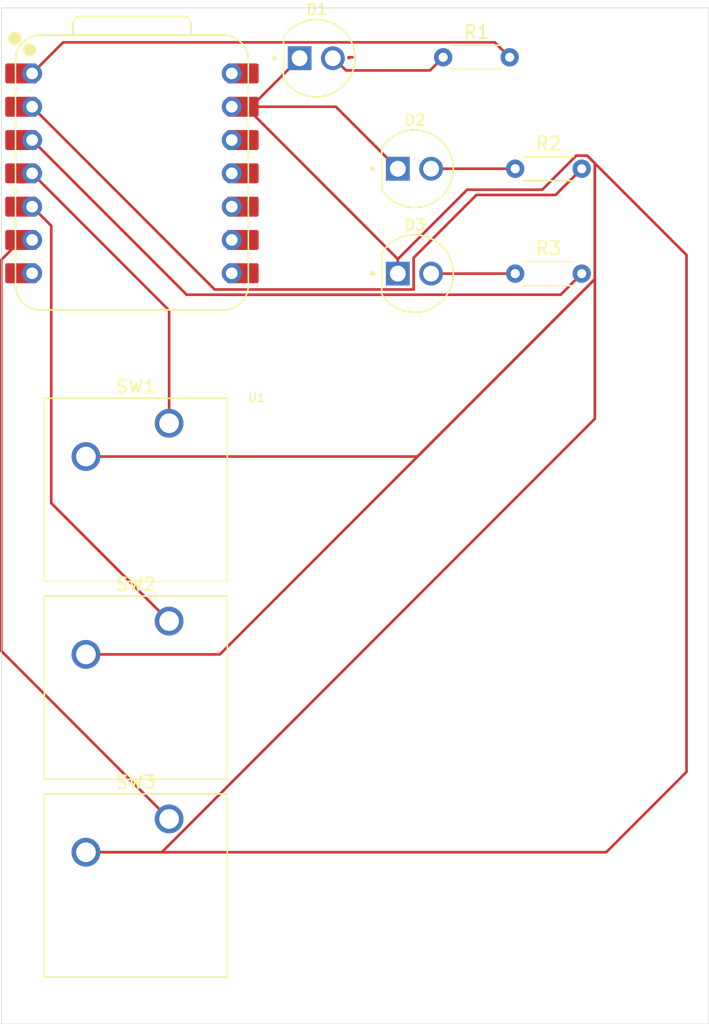
<source format=kicad_pcb>
(kicad_pcb (version 20241229) (generator "pcbnew") (generator_version "9.0")
  (layers (0 "F.Cu" signal) (2 "B.Cu" signal) (13 "F.Paste" user) (15 "B.Paste" user) (5 "F.SilkS" user "F.Silkscreen") (7 "B.SilkS" user "B.Silkscreen") (1 "F.Mask" user) (3 "B.Mask" user) (25 "Edge.Cuts" user))
  (net 0 "")
  (net 1 "Net-(D1-PadA)")
  (net 2 "GND")
  (net 3 "Net-(D2-PadA)")
  (net 4 "Net-(D3-PadA)")
  (net 5 "LED1")
  (net 6 "LED2")
  (net 7 "LED3")
  (net 8 "SW1")
  (net 9 "SW2")
  (net 10 "SW3")
  (footprint "footprints:LEDRD254W57D500H1070" (layer "F.Cu") (at 67.524 36.768265)
    (property "Reference" "D3" (at 0.04 -3.708 0) (layer "F.SilkS") (effects (font (size 0.8 0.8))))
    (property "Value" "L08R5000Q1")
    (fp_line (start -2.5 -1.566) (end -2.5 1.566) (stroke (width 0.127)) (layer "F.SilkS"))
    (fp_arc (start -2.5 -1.566) (mid 2.961291 0) (end -2.5 1.566) (stroke (width 0.127)) (layer "F.SilkS"))
    (fp_circle (center -3.2 0) (end -3.1 0) (stroke (width 0.2)) (fill no) (layer "F.SilkS"))
    (pad "A" thru_hole circle (at 1.27 0) (size 1.815 1.815) (drill 1.21) (layers "*.Cu" "*.Mask") (net 4 "Net-(D3-PadA)"))
    (pad "C" thru_hole rect (at -1.27 0) (size 1.815 1.815) (drill 1.21) (layers "*.Cu" "*.Mask") (net 2 "GND"))
  )
  (footprint "Button_Switch_Keyboard:SW_Cherry_MX_1.00u_PCB" (layer "F.Cu") (at 48.794 48.178265)
    (property "Reference" "SW1" (at -2.54 -2.794 0) (layer "F.SilkS"))
    (property "Value" "SW_Push")
    (fp_line (start -9.525 -1.905) (end 4.445 -1.905) (stroke (width 0.12)) (layer "F.SilkS"))
    (fp_line (start -9.525 12.065) (end -9.525 -1.905) (stroke (width 0.12)) (layer "F.SilkS"))
    (fp_line (start 4.445 -1.905) (end 4.445 12.065) (stroke (width 0.12)) (layer "F.SilkS"))
    (fp_line (start 4.445 12.065) (end -9.525 12.065) (stroke (width 0.12)) (layer "F.SilkS"))
    (pad "" np_thru_hole circle (at -7.62 5.08) (size 1.7 1.7) (drill 1.7) (layers "*.Cu" "*.Mask"))
    (pad "" np_thru_hole circle (at -2.54 5.08) (size 4 4) (drill 4) (layers "*.Cu" "*.Mask"))
    (pad "" np_thru_hole circle (at 2.54 5.08) (size 1.7 1.7) (drill 1.7) (layers "*.Cu" "*.Mask"))
    (pad "1" thru_hole circle (at 0 0) (size 2.2 2.2) (drill 1.5) (layers "*.Cu" "*.Mask") (net 8 "SW1"))
    (pad "2" thru_hole circle (at -6.35 2.54) (size 2.2 2.2) (drill 1.5) (layers "*.Cu" "*.Mask") (net 2 "GND"))
  )
  (footprint "Button_Switch_Keyboard:SW_Cherry_MX_1.00u_PCB" (layer "F.Cu") (at 48.794 63.268265)
    (property "Reference" "SW2" (at -2.54 -2.794 0) (layer "F.SilkS"))
    (property "Value" "SW_Push")
    (fp_line (start -9.525 -1.905) (end 4.445 -1.905) (stroke (width 0.12)) (layer "F.SilkS"))
    (fp_line (start -9.525 12.065) (end -9.525 -1.905) (stroke (width 0.12)) (layer "F.SilkS"))
    (fp_line (start 4.445 -1.905) (end 4.445 12.065) (stroke (width 0.12)) (layer "F.SilkS"))
    (fp_line (start 4.445 12.065) (end -9.525 12.065) (stroke (width 0.12)) (layer "F.SilkS"))
    (pad "" np_thru_hole circle (at -7.62 5.08) (size 1.7 1.7) (drill 1.7) (layers "*.Cu" "*.Mask"))
    (pad "" np_thru_hole circle (at -2.54 5.08) (size 4 4) (drill 4) (layers "*.Cu" "*.Mask"))
    (pad "" np_thru_hole circle (at 2.54 5.08) (size 1.7 1.7) (drill 1.7) (layers "*.Cu" "*.Mask"))
    (pad "1" thru_hole circle (at 0 0) (size 2.2 2.2) (drill 1.5) (layers "*.Cu" "*.Mask") (net 9 "SW2"))
    (pad "2" thru_hole circle (at -6.35 2.54) (size 2.2 2.2) (drill 1.5) (layers "*.Cu" "*.Mask") (net 2 "GND"))
  )
  (footprint "Resistor_THT:R_Axial_DIN0204_L3.6mm_D1.6mm_P5.08mm_Horizontal" (layer "F.Cu") (at 69.714 20.268265)
    (property "Reference" "R1" (at 2.54 -1.92 0) (layer "F.SilkS"))
    (property "Value" "R")
    (fp_line (start 0.62 -0.92) (end 4.46 -0.92) (stroke (width 0.12)) (layer "F.SilkS"))
    (fp_line (start 0.62 0.92) (end 4.46 0.92) (stroke (width 0.12)) (layer "F.SilkS"))
    (pad "1" thru_hole circle (at 0 0) (size 1.4 1.4) (drill 0.7) (layers "*.Cu" "*.Mask") (net 1 "Net-(D1-PadA)"))
    (pad "2" thru_hole circle (at 5.08 0) (size 1.4 1.4) (drill 0.7) (layers "*.Cu" "*.Mask") (net 5 "LED1"))
  )
  (footprint "Button_Switch_Keyboard:SW_Cherry_MX_1.00u_PCB" (layer "F.Cu") (at 48.794 78.358265)
    (property "Reference" "SW3" (at -2.54 -2.794 0) (layer "F.SilkS"))
    (property "Value" "SW_Push")
    (fp_line (start -9.525 -1.905) (end 4.445 -1.905) (stroke (width 0.12)) (layer "F.SilkS"))
    (fp_line (start -9.525 12.065) (end -9.525 -1.905) (stroke (width 0.12)) (layer "F.SilkS"))
    (fp_line (start 4.445 -1.905) (end 4.445 12.065) (stroke (width 0.12)) (layer "F.SilkS"))
    (fp_line (start 4.445 12.065) (end -9.525 12.065) (stroke (width 0.12)) (layer "F.SilkS"))
    (pad "" np_thru_hole circle (at -7.62 5.08) (size 1.7 1.7) (drill 1.7) (layers "*.Cu" "*.Mask"))
    (pad "" np_thru_hole circle (at -2.54 5.08) (size 4 4) (drill 4) (layers "*.Cu" "*.Mask"))
    (pad "" np_thru_hole circle (at 2.54 5.08) (size 1.7 1.7) (drill 1.7) (layers "*.Cu" "*.Mask"))
    (pad "1" thru_hole circle (at 0 0) (size 2.2 2.2) (drill 1.5) (layers "*.Cu" "*.Mask") (net 10 "SW3"))
    (pad "2" thru_hole circle (at -6.35 2.54) (size 2.2 2.2) (drill 1.5) (layers "*.Cu" "*.Mask") (net 2 "GND"))
  )
  (footprint "footprints:LEDRD254W57D500H1070" (layer "F.Cu") (at 60.024 20.338053)
    (property "Reference" "D1" (at 0.04 -3.708 0) (layer "F.SilkS") (effects (font (size 0.8 0.8))))
    (property "Value" "L08R5000Q1")
    (fp_line (start -2.5 -1.566) (end -2.5 1.566) (stroke (width 0.127)) (layer "F.SilkS"))
    (fp_arc (start -2.5 -1.566) (mid 2.961291 0) (end -2.5 1.566) (stroke (width 0.127)) (layer "F.SilkS"))
    (fp_circle (center -3.2 0) (end -3.1 0) (stroke (width 0.2)) (fill no) (layer "F.SilkS"))
    (pad "A" thru_hole circle (at 1.27 0) (size 1.815 1.815) (drill 1.21) (layers "*.Cu" "*.Mask") (net 1 "Net-(D1-PadA)"))
    (pad "C" thru_hole rect (at -1.27 0) (size 1.815 1.815) (drill 1.21) (layers "*.Cu" "*.Mask") (net 2 "GND"))
  )
  (footprint "Resistor_THT:R_Axial_DIN0204_L3.6mm_D1.6mm_P5.08mm_Horizontal" (layer "F.Cu") (at 75.214 36.768265)
    (property "Reference" "R3" (at 2.54 -1.92 0) (layer "F.SilkS"))
    (property "Value" "R")
    (fp_line (start 0.62 -0.92) (end 4.46 -0.92) (stroke (width 0.12)) (layer "F.SilkS"))
    (fp_line (start 0.62 0.92) (end 4.46 0.92) (stroke (width 0.12)) (layer "F.SilkS"))
    (pad "1" thru_hole circle (at 0 0) (size 1.4 1.4) (drill 0.7) (layers "*.Cu" "*.Mask") (net 4 "Net-(D3-PadA)"))
    (pad "2" thru_hole circle (at 5.08 0) (size 1.4 1.4) (drill 0.7) (layers "*.Cu" "*.Mask") (net 7 "LED3"))
  )
  (footprint "footprints:XIAO-RP2040-DIP" (layer "F.Cu") (at 45.955 29.12)
    (property "Reference" "U1" (at 9.515 17.107765 0) (layer "F.SilkS") (effects (font (size 0.635 0.635) (thickness 0.1016))))
    (property "Value" "XIAO-RP2040-DIP")
    (fp_line (start -8.89 8.509) (end -8.89 -8.636) (stroke (width 0.127)) (layer "F.SilkS"))
    (fp_line (start -6.985 10.414) (end 6.985 10.414) (stroke (width 0.127)) (layer "F.SilkS"))
    (fp_line (start -4.495 -10.541) (end -4.491272 -11.451272) (stroke (width 0.127)) (layer "F.SilkS"))
    (fp_line (start -3.991272 -11.951) (end 4.004 -11.951) (stroke (width 0.127)) (layer "F.SilkS"))
    (fp_line (start 4.504 -11.451) (end 4.504 -10.541) (stroke (width 0.127)) (layer "F.SilkS"))
    (fp_line (start 6.985 -10.541) (end -6.985 -10.541) (stroke (width 0.1)) (layer "F.SilkS"))
    (fp_line (start 6.985 -10.541) (end -6.985 -10.541) (stroke (width 0.127)) (layer "F.SilkS"))
    (fp_line (start 8.89 8.509) (end 8.89 -8.636) (stroke (width 0.127)) (layer "F.SilkS"))
    (fp_arc (start -8.89 -8.636) (mid -8.332038 -9.983038) (end -6.985 -10.541) (stroke (width 0.127)) (layer "F.SilkS"))
    (fp_arc (start -6.985 10.414) (mid -8.332038 9.856038) (end -8.89 8.509) (stroke (width 0.127)) (layer "F.SilkS"))
    (fp_arc (start -4.491272 -11.451272) (mid -4.344728 -11.80464) (end -3.991272 -11.951) (stroke (width 0.127)) (layer "F.SilkS"))
    (fp_arc (start 4.004 -11.951) (mid 4.357553 -11.804553) (end 4.504 -11.451) (stroke (width 0.127)) (layer "F.SilkS"))
    (fp_arc (start 6.985 -10.541) (mid 8.332038 -9.983038) (end 8.89 -8.636) (stroke (width 0.127)) (layer "F.SilkS"))
    (fp_arc (start 8.89 8.509) (mid 8.332038 9.856038) (end 6.985 10.414) (stroke (width 0.127)) (layer "F.SilkS"))
    (fp_circle (center -8.95 -10.3) (end -8.95 -10.554) (stroke (width 0.5)) (fill yes) (layer "F.SilkS"))
    (fp_circle (center -7.807 -9.42) (end -7.807 -9.674) (stroke (width 0.5)) (fill yes) (layer "F.SilkS"))
    (pad "1" smd roundrect (at -8.455 -7.62 180) (size 2.432 1.524) (layers "F.Cu" "F.Mask") (roundrect_rratio 0.1) (net 5 "LED1"))
    (pad "1" thru_hole circle (at -7.62 -7.62 180) (size 1.524 1.524) (drill 0.889) (layers "*.Cu" "*.Mask") (net 5 "LED1"))
    (pad "2" smd roundrect (at -8.455 -5.08 180) (size 2.432 1.524) (layers "F.Cu" "F.Mask") (roundrect_rratio 0.1) (net 6 "LED2"))
    (pad "2" thru_hole circle (at -7.62 -5.08 180) (size 1.524 1.524) (drill 0.889) (layers "*.Cu" "*.Mask") (net 6 "LED2"))
    (pad "3" smd roundrect (at -8.455 -2.54 180) (size 2.432 1.524) (layers "F.Cu" "F.Mask") (roundrect_rratio 0.1) (net 7 "LED3"))
    (pad "3" thru_hole circle (at -7.62 -2.54 180) (size 1.524 1.524) (drill 0.889) (layers "*.Cu" "*.Mask") (net 7 "LED3"))
    (pad "4" smd roundrect (at -8.455 0 180) (size 2.432 1.524) (layers "F.Cu" "F.Mask") (roundrect_rratio 0.1) (net 8 "SW1"))
    (pad "4" thru_hole circle (at -7.62 0 180) (size 1.524 1.524) (drill 0.889) (layers "*.Cu" "*.Mask") (net 8 "SW1"))
    (pad "5" smd roundrect (at -8.455 2.54 180) (size 2.432 1.524) (layers "F.Cu" "F.Mask") (roundrect_rratio 0.1) (net 9 "SW2"))
    (pad "5" thru_hole circle (at -7.62 2.54 180) (size 1.524 1.524) (drill 0.889) (layers "*.Cu" "*.Mask") (net 9 "SW2"))
    (pad "6" smd roundrect (at -8.455 5.08 180) (size 2.432 1.524) (layers "F.Cu" "F.Mask") (roundrect_rratio 0.1) (net 10 "SW3"))
    (pad "6" thru_hole circle (at -7.62 5.08 180) (size 1.524 1.524) (drill 0.889) (layers "*.Cu" "*.Mask") (net 10 "SW3"))
    (pad "7" smd roundrect (at -8.455 7.62 180) (size 2.432 1.524) (layers "F.Cu" "F.Mask") (roundrect_rratio 0.1))
    (pad "7" thru_hole circle (at -7.62 7.62 180) (size 1.524 1.524) (drill 0.889) (layers "*.Cu" "*.Mask"))
    (pad "8" thru_hole circle (at 7.62 7.62) (size 1.524 1.524) (drill 0.889) (layers "*.Cu" "*.Mask"))
    (pad "8" smd roundrect (at 8.455 7.62) (size 2.432 1.524) (layers "F.Cu" "F.Mask") (roundrect_rratio 0.1))
    (pad "9" thru_hole circle (at 7.62 5.08) (size 1.524 1.524) (drill 0.889) (layers "*.Cu" "*.Mask"))
    (pad "9" smd roundrect (at 8.455 5.08) (size 2.432 1.524) (layers "F.Cu" "F.Mask") (roundrect_rratio 0.1))
    (pad "10" thru_hole circle (at 7.62 2.54) (size 1.524 1.524) (drill 0.889) (layers "*.Cu" "*.Mask"))
    (pad "10" smd roundrect (at 8.455 2.54) (size 2.432 1.524) (layers "F.Cu" "F.Mask") (roundrect_rratio 0.1))
    (pad "11" thru_hole circle (at 7.62 0) (size 1.524 1.524) (drill 0.889) (layers "*.Cu" "*.Mask"))
    (pad "11" smd roundrect (at 8.455 0) (size 2.432 1.524) (layers "F.Cu" "F.Mask") (roundrect_rratio 0.1))
    (pad "12" thru_hole circle (at 7.62 -2.54) (size 1.524 1.524) (drill 0.889) (layers "*.Cu" "*.Mask"))
    (pad "12" smd roundrect (at 8.455 -2.54) (size 2.432 1.524) (layers "F.Cu" "F.Mask") (roundrect_rratio 0.1))
    (pad "13" thru_hole circle (at 7.62 -5.08) (size 1.524 1.524) (drill 0.889) (layers "*.Cu" "*.Mask") (net 2 "GND"))
    (pad "13" smd roundrect (at 8.455 -5.08) (size 2.432 1.524) (layers "F.Cu" "F.Mask") (roundrect_rratio 0.1) (net 2 "GND"))
    (pad "14" thru_hole circle (at 7.62 -7.62) (size 1.524 1.524) (drill 0.889) (layers "*.Cu" "*.Mask"))
    (pad "14" smd roundrect (at 8.455 -7.62) (size 2.432 1.524) (layers "F.Cu" "F.Mask") (roundrect_rratio 0.1))
  )
  (footprint "Resistor_THT:R_Axial_DIN0204_L3.6mm_D1.6mm_P5.08mm_Horizontal" (layer "F.Cu") (at 75.214 28.768265)
    (property "Reference" "R2" (at 2.54 -1.92 0) (layer "F.SilkS"))
    (property "Value" "R")
    (fp_line (start 0.62 -0.92) (end 4.46 -0.92) (stroke (width 0.12)) (layer "F.SilkS"))
    (fp_line (start 0.62 0.92) (end 4.46 0.92) (stroke (width 0.12)) (layer "F.SilkS"))
    (pad "1" thru_hole circle (at 0 0) (size 1.4 1.4) (drill 0.7) (layers "*.Cu" "*.Mask") (net 3 "Net-(D2-PadA)"))
    (pad "2" thru_hole circle (at 5.08 0) (size 1.4 1.4) (drill 0.7) (layers "*.Cu" "*.Mask") (net 6 "LED2"))
  )
  (footprint "footprints:LEDRD254W57D500H1070" (layer "F.Cu") (at 67.524 28.768265)
    (property "Reference" "D2" (at 0.04 -3.708 0) (layer "F.SilkS") (effects (font (size 0.8 0.8))))
    (property "Value" "L08R5000Q1")
    (fp_line (start -2.5 -1.566) (end -2.5 1.566) (stroke (width 0.127)) (layer "F.SilkS"))
    (fp_arc (start -2.5 -1.566) (mid 2.961291 0) (end -2.5 1.566) (stroke (width 0.127)) (layer "F.SilkS"))
    (fp_circle (center -3.2 0) (end -3.1 0) (stroke (width 0.2)) (fill no) (layer "F.SilkS"))
    (pad "A" thru_hole circle (at 1.27 0) (size 1.815 1.815) (drill 1.21) (layers "*.Cu" "*.Mask") (net 3 "Net-(D2-PadA)"))
    (pad "C" thru_hole rect (at -1.27 0) (size 1.815 1.815) (drill 1.21) (layers "*.Cu" "*.Mask") (net 2 "GND"))
  )
  (gr_rect (start 36 16.5) (end 90 94) (stroke (width 0.05)) (fill no) (layer "Edge.Cuts"))
  (segment (start 62.794 20.268265) (end 62.5025 20.268265) (width 0.2) (layer "F.Cu") (net 0))
  (segment (start 62.5025 20.268265) (end 62.5025 20.338053) (width 0.2) (layer "F.Cu") (net 0))
  (segment (start 61.294 20.338053) (end 61.294 20.268265) (width 0.2) (layer "F.Cu") (net 1))
  (segment (start 62.295 21.269265) (end 68.713 21.269265) (width 0.2) (layer "F.Cu") (net 1))
  (segment (start 61.294 20.268265) (end 62.295 21.269265) (width 0.2) (layer "F.Cu") (net 1))
  (segment (start 68.713 21.269265) (end 69.714 20.268265) (width 0.2) (layer "F.Cu") (net 1))
  (segment (start 58.754 20.338053) (end 55.052053 24.04) (width 0.2) (layer "F.Cu") (net 2))
  (segment (start 48.235314 80.898265) (end 81.295 47.838579) (width 0.2) (layer "F.Cu") (net 2))
  (segment (start 52.669628 65.808265) (end 81.295 37.182893) (width 0.2) (layer "F.Cu") (net 2))
  (segment (start 82.164 80.898265) (end 88.294 74.768265) (width 0.2) (layer "F.Cu") (net 2))
  (segment (start 42.444 50.718265) (end 67.759628 50.718265) (width 0.2) (layer "F.Cu") (net 2))
  (segment (start 81.295 28.353637) (end 80.708628 27.767265) (width 0.2) (layer "F.Cu") (net 2))
  (segment (start 67.759628 50.718265) (end 81.295 37.182893) (width 0.2) (layer "F.Cu") (net 2))
  (segment (start 42.444 65.808265) (end 52.669628 65.808265) (width 0.2) (layer "F.Cu") (net 2))
  (segment (start 79.879372 27.767265) (end 77.279372 30.367265) (width 0.2) (layer "F.Cu") (net 2))
  (segment (start 42.444 80.898265) (end 82.164 80.898265) (width 0.2) (layer "F.Cu") (net 2))
  (segment (start 80.708628 27.767265) (end 79.879372 27.767265) (width 0.2) (layer "F.Cu") (net 2))
  (segment (start 55.052053 24.04) (end 53.575 24.04) (width 0.2) (layer "F.Cu") (net 2))
  (segment (start 66.254 35.660765) (end 54.633235 24.04) (width 0.2) (layer "F.Cu") (net 2))
  (segment (start 77.279372 30.367265) (end 71.5475 30.367265) (width 0.2) (layer "F.Cu") (net 2))
  (segment (start 81.295 37.182893) (end 81.295 28.353637) (width 0.2) (layer "F.Cu") (net 2))
  (segment (start 61.525735 24.04) (end 53.575 24.04) (width 0.2) (layer "F.Cu") (net 2))
  (segment (start 66.254 35.660765) (end 66.254 36.768265) (width 0.2) (layer "F.Cu") (net 2))
  (segment (start 66.254 28.768265) (end 61.525735 24.04) (width 0.2) (layer "F.Cu") (net 2))
  (segment (start 81.295 47.838579) (end 81.295 28.353637) (width 0.2) (layer "F.Cu") (net 2))
  (segment (start 54.633235 24.04) (end 53.575 24.04) (width 0.2) (layer "F.Cu") (net 2))
  (segment (start 88.294 74.768265) (end 88.294 35.352637) (width 0.2) (layer "F.Cu") (net 2))
  (segment (start 88.294 35.352637) (end 80.708628 27.767265) (width 0.2) (layer "F.Cu") (net 2))
  (segment (start 42.444 80.898265) (end 48.235314 80.898265) (width 0.2) (layer "F.Cu") (net 2))
  (segment (start 71.5475 30.367265) (end 66.254 35.660765) (width 0.2) (layer "F.Cu") (net 2))
  (segment (start 75.214 28.768265) (end 68.794 28.768265) (width 0.2) (layer "F.Cu") (net 3))
  (segment (start 75.214 36.768265) (end 68.794 36.768265) (width 0.2) (layer "F.Cu") (net 4))
  (segment (start 40.705447 19.129553) (end 38.335 21.5) (width 0.2) (layer "F.Cu") (net 5))
  (segment (start 74.794 20.268265) (end 73.655288 19.129553) (width 0.2) (layer "F.Cu") (net 5))
  (segment (start 73.655288 19.129553) (end 40.705447 19.129553) (width 0.2) (layer "F.Cu") (net 5))
  (segment (start 78.294 30.768265) (end 72.254 30.768265) (width 0.2) (layer "F.Cu") (net 6))
  (segment (start 72.254 30.768265) (end 67.4625 35.559765) (width 0.2) (layer "F.Cu") (net 6))
  (segment (start 52.271765 37.976765) (end 38.335 24.04) (width 0.2) (layer "F.Cu") (net 6))
  (segment (start 67.4625 37.976765) (end 52.271765 37.976765) (width 0.2) (layer "F.Cu") (net 6))
  (segment (start 80.294 28.768265) (end 78.294 30.768265) (width 0.2) (layer "F.Cu") (net 6))
  (segment (start 80.294 28.768265) (end 80.794 28.768265) (width 0.2) (layer "F.Cu") (net 6))
  (segment (start 67.4625 35.559765) (end 67.4625 37.976765) (width 0.2) (layer "F.Cu") (net 6))
  (segment (start 78.6845 38.377765) (end 50.132765 38.377765) (width 0.2) (layer "F.Cu") (net 7))
  (segment (start 50.132765 38.377765) (end 38.335 26.58) (width 0.2) (layer "F.Cu") (net 7))
  (segment (start 80.294 36.768265) (end 78.6845 38.377765) (width 0.2) (layer "F.Cu") (net 7))
  (segment (start 48.794 39.579) (end 38.335 29.12) (width 0.2) (layer "F.Cu") (net 8))
  (segment (start 48.794 48.178265) (end 48.794 39.579) (width 0.2) (layer "F.Cu") (net 8))
  (segment (start 39.794 54.268265) (end 39.794 33.119) (width 0.2) (layer "F.Cu") (net 9))
  (segment (start 48.794 63.268265) (end 39.794 54.268265) (width 0.2) (layer "F.Cu") (net 9))
  (segment (start 39.794 33.119) (end 38.335 31.66) (width 0.2) (layer "F.Cu") (net 9))
  (segment (start 48.794 78.358265) (end 35.983 65.547265) (width 0.2) (layer "F.Cu") (net 10))
  (segment (start 35.983 65.547265) (end 35.983 35.717) (width 0.2) (layer "F.Cu") (net 10))
  (segment (start 37.5 34.2) (end 38.335 34.2) (width 0.2) (layer "F.Cu") (net 10))
  (segment (start 35.983 35.717) (end 37.5 34.2) (width 0.2) (layer "F.Cu") (net 10))
)
</source>
